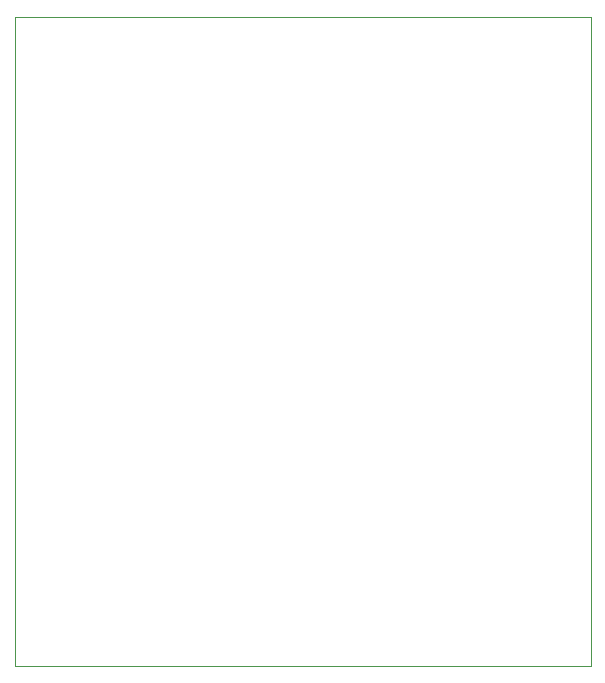
<source format=gbr>
%TF.GenerationSoftware,KiCad,Pcbnew,9.0.0*%
%TF.CreationDate,2025-03-07T09:06:22+01:00*%
%TF.ProjectId,board_io,626f6172-645f-4696-9f2e-6b696361645f,rev?*%
%TF.SameCoordinates,Original*%
%TF.FileFunction,Profile,NP*%
%FSLAX46Y46*%
G04 Gerber Fmt 4.6, Leading zero omitted, Abs format (unit mm)*
G04 Created by KiCad (PCBNEW 9.0.0) date 2025-03-07 09:06:22*
%MOMM*%
%LPD*%
G01*
G04 APERTURE LIST*
%TA.AperFunction,Profile*%
%ADD10C,0.050000*%
%TD*%
G04 APERTURE END LIST*
D10*
X14673200Y-18314300D02*
X63435200Y-18314300D01*
X63435200Y-73314300D01*
X14673200Y-73314300D01*
X14673200Y-18314300D01*
M02*

</source>
